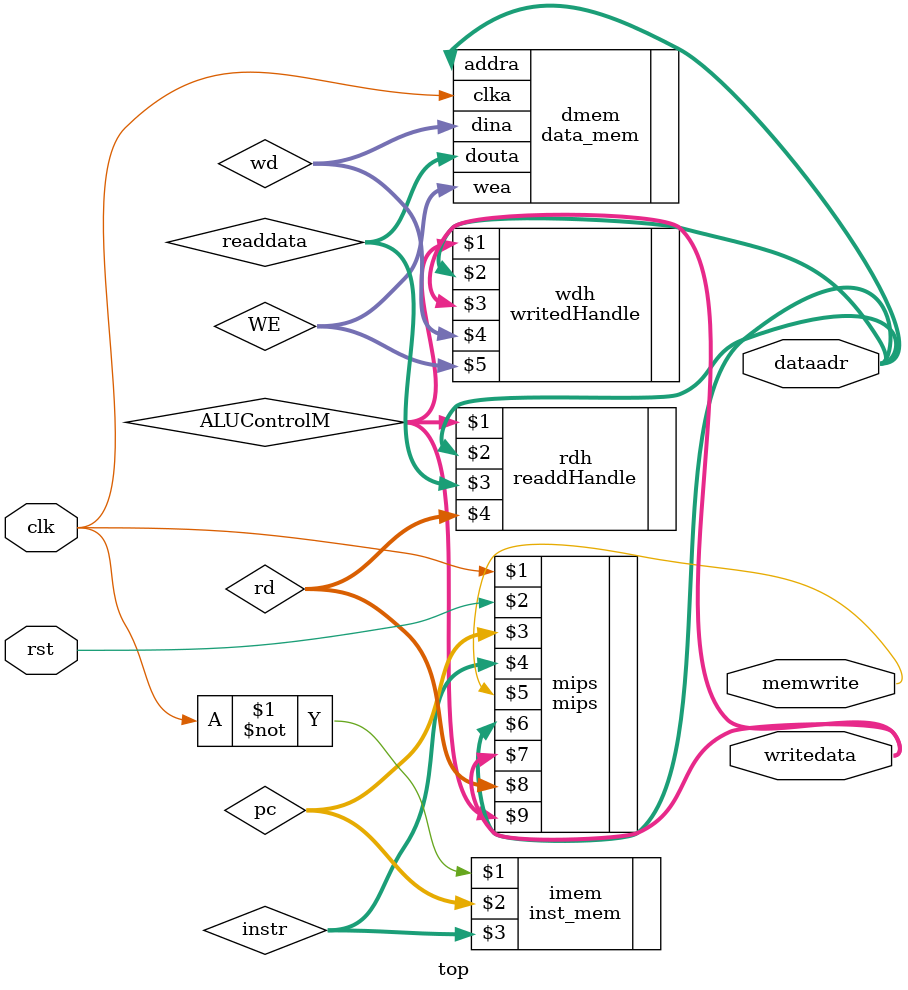
<source format=v>
`timescale 1ns / 1ps

module top(
	input wire clk,rst,
	output wire[31:0] writedata,dataadr,
	output wire memwrite
    );

wire [31:0] pc,instr,readdata;
wire [7:0]  ALUControlM;
wire [3:0]  WE;
wire [31:0] wd;
wire [31:0] rd;
//dataadr = aluoutM     writedata=writedataM    readdata=readdataM
mips mips(clk,rst,pc,instr,memwrite,dataadr,writedata,rd,ALUControlM);
inst_mem imem(~clk,pc,instr);
//内存模块
//内存模块前加入写入数据处理 in:aluop,dataadr,writedata out:wd,WE
writedHandle wdh(ALUControlM,dataadr,writedata,wd,WE);
data_mem dmem(.clka(clk),.wea(WE),.addra(dataadr),.dina(wd),.douta(readdata));
//内存模块后加入读出数据处理 in:aluop,dataadr out:readdata
readdHandle rdh(ALUControlM,dataadr,readdata,rd);
endmodule

</source>
